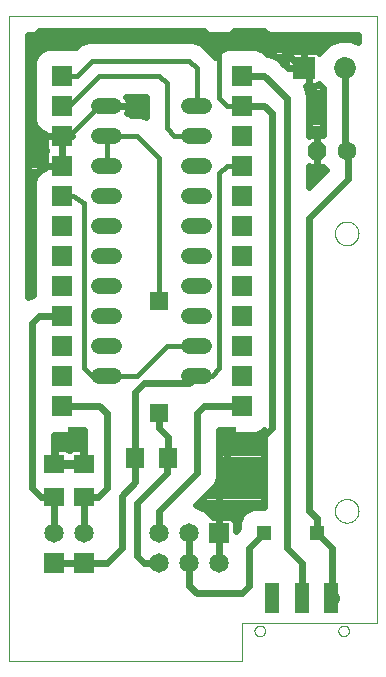
<source format=gbl>
G75*
%MOIN*%
%OFA0B0*%
%FSLAX25Y25*%
%IPPOS*%
%LPD*%
%AMOC8*
5,1,8,0,0,1.08239X$1,22.5*
%
%ADD10C,0.00000*%
%ADD11R,0.06299X0.07087*%
%ADD12R,0.07087X0.06299*%
%ADD13R,0.07000X0.07000*%
%ADD14C,0.05200*%
%ADD15R,0.04724X0.09843*%
%ADD16R,0.07283X0.07283*%
%ADD17C,0.07283*%
%ADD18R,0.06500X0.06500*%
%ADD19C,0.06500*%
%ADD20OC8,0.06300*%
%ADD21C,0.06300*%
%ADD22C,0.02400*%
%ADD23R,0.05906X0.05906*%
%ADD24C,0.01600*%
%ADD25C,0.05000*%
%ADD26R,0.05000X0.05000*%
D10*
X0002200Y0006014D02*
X0079700Y0006014D01*
X0079700Y0018514D01*
X0124700Y0018514D01*
X0124700Y0221014D01*
X0124651Y0220974D02*
X0002200Y0220974D01*
X0002200Y0006014D01*
X0083952Y0016014D02*
X0083954Y0016098D01*
X0083960Y0016181D01*
X0083970Y0016264D01*
X0083984Y0016347D01*
X0084001Y0016429D01*
X0084023Y0016510D01*
X0084048Y0016589D01*
X0084077Y0016668D01*
X0084110Y0016745D01*
X0084146Y0016820D01*
X0084186Y0016894D01*
X0084229Y0016966D01*
X0084276Y0017035D01*
X0084326Y0017102D01*
X0084379Y0017167D01*
X0084435Y0017229D01*
X0084493Y0017289D01*
X0084555Y0017346D01*
X0084619Y0017399D01*
X0084686Y0017450D01*
X0084755Y0017497D01*
X0084826Y0017542D01*
X0084899Y0017582D01*
X0084974Y0017619D01*
X0085051Y0017653D01*
X0085129Y0017683D01*
X0085208Y0017709D01*
X0085289Y0017732D01*
X0085371Y0017750D01*
X0085453Y0017765D01*
X0085536Y0017776D01*
X0085619Y0017783D01*
X0085703Y0017786D01*
X0085787Y0017785D01*
X0085870Y0017780D01*
X0085954Y0017771D01*
X0086036Y0017758D01*
X0086118Y0017742D01*
X0086199Y0017721D01*
X0086280Y0017697D01*
X0086358Y0017669D01*
X0086436Y0017637D01*
X0086512Y0017601D01*
X0086586Y0017562D01*
X0086658Y0017520D01*
X0086728Y0017474D01*
X0086796Y0017425D01*
X0086861Y0017373D01*
X0086924Y0017318D01*
X0086984Y0017260D01*
X0087042Y0017199D01*
X0087096Y0017135D01*
X0087148Y0017069D01*
X0087196Y0017001D01*
X0087241Y0016930D01*
X0087282Y0016857D01*
X0087321Y0016783D01*
X0087355Y0016707D01*
X0087386Y0016629D01*
X0087413Y0016550D01*
X0087437Y0016469D01*
X0087456Y0016388D01*
X0087472Y0016306D01*
X0087484Y0016223D01*
X0087492Y0016139D01*
X0087496Y0016056D01*
X0087496Y0015972D01*
X0087492Y0015889D01*
X0087484Y0015805D01*
X0087472Y0015722D01*
X0087456Y0015640D01*
X0087437Y0015559D01*
X0087413Y0015478D01*
X0087386Y0015399D01*
X0087355Y0015321D01*
X0087321Y0015245D01*
X0087282Y0015171D01*
X0087241Y0015098D01*
X0087196Y0015027D01*
X0087148Y0014959D01*
X0087096Y0014893D01*
X0087042Y0014829D01*
X0086984Y0014768D01*
X0086924Y0014710D01*
X0086861Y0014655D01*
X0086796Y0014603D01*
X0086728Y0014554D01*
X0086658Y0014508D01*
X0086586Y0014466D01*
X0086512Y0014427D01*
X0086436Y0014391D01*
X0086358Y0014359D01*
X0086280Y0014331D01*
X0086199Y0014307D01*
X0086118Y0014286D01*
X0086036Y0014270D01*
X0085954Y0014257D01*
X0085870Y0014248D01*
X0085787Y0014243D01*
X0085703Y0014242D01*
X0085619Y0014245D01*
X0085536Y0014252D01*
X0085453Y0014263D01*
X0085371Y0014278D01*
X0085289Y0014296D01*
X0085208Y0014319D01*
X0085129Y0014345D01*
X0085051Y0014375D01*
X0084974Y0014409D01*
X0084899Y0014446D01*
X0084826Y0014486D01*
X0084755Y0014531D01*
X0084686Y0014578D01*
X0084619Y0014629D01*
X0084555Y0014682D01*
X0084493Y0014739D01*
X0084435Y0014799D01*
X0084379Y0014861D01*
X0084326Y0014926D01*
X0084276Y0014993D01*
X0084229Y0015062D01*
X0084186Y0015134D01*
X0084146Y0015208D01*
X0084110Y0015283D01*
X0084077Y0015360D01*
X0084048Y0015439D01*
X0084023Y0015518D01*
X0084001Y0015599D01*
X0083984Y0015681D01*
X0083970Y0015764D01*
X0083960Y0015847D01*
X0083954Y0015930D01*
X0083952Y0016014D01*
X0111904Y0016014D02*
X0111906Y0016098D01*
X0111912Y0016181D01*
X0111922Y0016264D01*
X0111936Y0016347D01*
X0111953Y0016429D01*
X0111975Y0016510D01*
X0112000Y0016589D01*
X0112029Y0016668D01*
X0112062Y0016745D01*
X0112098Y0016820D01*
X0112138Y0016894D01*
X0112181Y0016966D01*
X0112228Y0017035D01*
X0112278Y0017102D01*
X0112331Y0017167D01*
X0112387Y0017229D01*
X0112445Y0017289D01*
X0112507Y0017346D01*
X0112571Y0017399D01*
X0112638Y0017450D01*
X0112707Y0017497D01*
X0112778Y0017542D01*
X0112851Y0017582D01*
X0112926Y0017619D01*
X0113003Y0017653D01*
X0113081Y0017683D01*
X0113160Y0017709D01*
X0113241Y0017732D01*
X0113323Y0017750D01*
X0113405Y0017765D01*
X0113488Y0017776D01*
X0113571Y0017783D01*
X0113655Y0017786D01*
X0113739Y0017785D01*
X0113822Y0017780D01*
X0113906Y0017771D01*
X0113988Y0017758D01*
X0114070Y0017742D01*
X0114151Y0017721D01*
X0114232Y0017697D01*
X0114310Y0017669D01*
X0114388Y0017637D01*
X0114464Y0017601D01*
X0114538Y0017562D01*
X0114610Y0017520D01*
X0114680Y0017474D01*
X0114748Y0017425D01*
X0114813Y0017373D01*
X0114876Y0017318D01*
X0114936Y0017260D01*
X0114994Y0017199D01*
X0115048Y0017135D01*
X0115100Y0017069D01*
X0115148Y0017001D01*
X0115193Y0016930D01*
X0115234Y0016857D01*
X0115273Y0016783D01*
X0115307Y0016707D01*
X0115338Y0016629D01*
X0115365Y0016550D01*
X0115389Y0016469D01*
X0115408Y0016388D01*
X0115424Y0016306D01*
X0115436Y0016223D01*
X0115444Y0016139D01*
X0115448Y0016056D01*
X0115448Y0015972D01*
X0115444Y0015889D01*
X0115436Y0015805D01*
X0115424Y0015722D01*
X0115408Y0015640D01*
X0115389Y0015559D01*
X0115365Y0015478D01*
X0115338Y0015399D01*
X0115307Y0015321D01*
X0115273Y0015245D01*
X0115234Y0015171D01*
X0115193Y0015098D01*
X0115148Y0015027D01*
X0115100Y0014959D01*
X0115048Y0014893D01*
X0114994Y0014829D01*
X0114936Y0014768D01*
X0114876Y0014710D01*
X0114813Y0014655D01*
X0114748Y0014603D01*
X0114680Y0014554D01*
X0114610Y0014508D01*
X0114538Y0014466D01*
X0114464Y0014427D01*
X0114388Y0014391D01*
X0114310Y0014359D01*
X0114232Y0014331D01*
X0114151Y0014307D01*
X0114070Y0014286D01*
X0113988Y0014270D01*
X0113906Y0014257D01*
X0113822Y0014248D01*
X0113739Y0014243D01*
X0113655Y0014242D01*
X0113571Y0014245D01*
X0113488Y0014252D01*
X0113405Y0014263D01*
X0113323Y0014278D01*
X0113241Y0014296D01*
X0113160Y0014319D01*
X0113081Y0014345D01*
X0113003Y0014375D01*
X0112926Y0014409D01*
X0112851Y0014446D01*
X0112778Y0014486D01*
X0112707Y0014531D01*
X0112638Y0014578D01*
X0112571Y0014629D01*
X0112507Y0014682D01*
X0112445Y0014739D01*
X0112387Y0014799D01*
X0112331Y0014861D01*
X0112278Y0014926D01*
X0112228Y0014993D01*
X0112181Y0015062D01*
X0112138Y0015134D01*
X0112098Y0015208D01*
X0112062Y0015283D01*
X0112029Y0015360D01*
X0112000Y0015439D01*
X0111975Y0015518D01*
X0111953Y0015599D01*
X0111936Y0015681D01*
X0111922Y0015764D01*
X0111912Y0015847D01*
X0111906Y0015930D01*
X0111904Y0016014D01*
X0110763Y0056014D02*
X0110765Y0056139D01*
X0110771Y0056264D01*
X0110781Y0056388D01*
X0110795Y0056512D01*
X0110812Y0056636D01*
X0110834Y0056759D01*
X0110860Y0056881D01*
X0110889Y0057003D01*
X0110922Y0057123D01*
X0110960Y0057242D01*
X0111000Y0057361D01*
X0111045Y0057477D01*
X0111093Y0057592D01*
X0111145Y0057706D01*
X0111201Y0057818D01*
X0111260Y0057928D01*
X0111322Y0058036D01*
X0111388Y0058143D01*
X0111457Y0058247D01*
X0111530Y0058348D01*
X0111605Y0058448D01*
X0111684Y0058545D01*
X0111766Y0058639D01*
X0111851Y0058731D01*
X0111938Y0058820D01*
X0112029Y0058906D01*
X0112122Y0058989D01*
X0112218Y0059070D01*
X0112316Y0059147D01*
X0112416Y0059221D01*
X0112519Y0059292D01*
X0112624Y0059359D01*
X0112732Y0059424D01*
X0112841Y0059484D01*
X0112952Y0059542D01*
X0113065Y0059595D01*
X0113179Y0059645D01*
X0113295Y0059692D01*
X0113412Y0059734D01*
X0113531Y0059773D01*
X0113651Y0059809D01*
X0113772Y0059840D01*
X0113894Y0059868D01*
X0114016Y0059891D01*
X0114140Y0059911D01*
X0114264Y0059927D01*
X0114388Y0059939D01*
X0114513Y0059947D01*
X0114638Y0059951D01*
X0114762Y0059951D01*
X0114887Y0059947D01*
X0115012Y0059939D01*
X0115136Y0059927D01*
X0115260Y0059911D01*
X0115384Y0059891D01*
X0115506Y0059868D01*
X0115628Y0059840D01*
X0115749Y0059809D01*
X0115869Y0059773D01*
X0115988Y0059734D01*
X0116105Y0059692D01*
X0116221Y0059645D01*
X0116335Y0059595D01*
X0116448Y0059542D01*
X0116559Y0059484D01*
X0116669Y0059424D01*
X0116776Y0059359D01*
X0116881Y0059292D01*
X0116984Y0059221D01*
X0117084Y0059147D01*
X0117182Y0059070D01*
X0117278Y0058989D01*
X0117371Y0058906D01*
X0117462Y0058820D01*
X0117549Y0058731D01*
X0117634Y0058639D01*
X0117716Y0058545D01*
X0117795Y0058448D01*
X0117870Y0058348D01*
X0117943Y0058247D01*
X0118012Y0058143D01*
X0118078Y0058036D01*
X0118140Y0057928D01*
X0118199Y0057818D01*
X0118255Y0057706D01*
X0118307Y0057592D01*
X0118355Y0057477D01*
X0118400Y0057361D01*
X0118440Y0057242D01*
X0118478Y0057123D01*
X0118511Y0057003D01*
X0118540Y0056881D01*
X0118566Y0056759D01*
X0118588Y0056636D01*
X0118605Y0056512D01*
X0118619Y0056388D01*
X0118629Y0056264D01*
X0118635Y0056139D01*
X0118637Y0056014D01*
X0118635Y0055889D01*
X0118629Y0055764D01*
X0118619Y0055640D01*
X0118605Y0055516D01*
X0118588Y0055392D01*
X0118566Y0055269D01*
X0118540Y0055147D01*
X0118511Y0055025D01*
X0118478Y0054905D01*
X0118440Y0054786D01*
X0118400Y0054667D01*
X0118355Y0054551D01*
X0118307Y0054436D01*
X0118255Y0054322D01*
X0118199Y0054210D01*
X0118140Y0054100D01*
X0118078Y0053992D01*
X0118012Y0053885D01*
X0117943Y0053781D01*
X0117870Y0053680D01*
X0117795Y0053580D01*
X0117716Y0053483D01*
X0117634Y0053389D01*
X0117549Y0053297D01*
X0117462Y0053208D01*
X0117371Y0053122D01*
X0117278Y0053039D01*
X0117182Y0052958D01*
X0117084Y0052881D01*
X0116984Y0052807D01*
X0116881Y0052736D01*
X0116776Y0052669D01*
X0116668Y0052604D01*
X0116559Y0052544D01*
X0116448Y0052486D01*
X0116335Y0052433D01*
X0116221Y0052383D01*
X0116105Y0052336D01*
X0115988Y0052294D01*
X0115869Y0052255D01*
X0115749Y0052219D01*
X0115628Y0052188D01*
X0115506Y0052160D01*
X0115384Y0052137D01*
X0115260Y0052117D01*
X0115136Y0052101D01*
X0115012Y0052089D01*
X0114887Y0052081D01*
X0114762Y0052077D01*
X0114638Y0052077D01*
X0114513Y0052081D01*
X0114388Y0052089D01*
X0114264Y0052101D01*
X0114140Y0052117D01*
X0114016Y0052137D01*
X0113894Y0052160D01*
X0113772Y0052188D01*
X0113651Y0052219D01*
X0113531Y0052255D01*
X0113412Y0052294D01*
X0113295Y0052336D01*
X0113179Y0052383D01*
X0113065Y0052433D01*
X0112952Y0052486D01*
X0112841Y0052544D01*
X0112731Y0052604D01*
X0112624Y0052669D01*
X0112519Y0052736D01*
X0112416Y0052807D01*
X0112316Y0052881D01*
X0112218Y0052958D01*
X0112122Y0053039D01*
X0112029Y0053122D01*
X0111938Y0053208D01*
X0111851Y0053297D01*
X0111766Y0053389D01*
X0111684Y0053483D01*
X0111605Y0053580D01*
X0111530Y0053680D01*
X0111457Y0053781D01*
X0111388Y0053885D01*
X0111322Y0053992D01*
X0111260Y0054100D01*
X0111201Y0054210D01*
X0111145Y0054322D01*
X0111093Y0054436D01*
X0111045Y0054551D01*
X0111000Y0054667D01*
X0110960Y0054786D01*
X0110922Y0054905D01*
X0110889Y0055025D01*
X0110860Y0055147D01*
X0110834Y0055269D01*
X0110812Y0055392D01*
X0110795Y0055516D01*
X0110781Y0055640D01*
X0110771Y0055764D01*
X0110765Y0055889D01*
X0110763Y0056014D01*
X0110763Y0148514D02*
X0110765Y0148639D01*
X0110771Y0148764D01*
X0110781Y0148888D01*
X0110795Y0149012D01*
X0110812Y0149136D01*
X0110834Y0149259D01*
X0110860Y0149381D01*
X0110889Y0149503D01*
X0110922Y0149623D01*
X0110960Y0149742D01*
X0111000Y0149861D01*
X0111045Y0149977D01*
X0111093Y0150092D01*
X0111145Y0150206D01*
X0111201Y0150318D01*
X0111260Y0150428D01*
X0111322Y0150536D01*
X0111388Y0150643D01*
X0111457Y0150747D01*
X0111530Y0150848D01*
X0111605Y0150948D01*
X0111684Y0151045D01*
X0111766Y0151139D01*
X0111851Y0151231D01*
X0111938Y0151320D01*
X0112029Y0151406D01*
X0112122Y0151489D01*
X0112218Y0151570D01*
X0112316Y0151647D01*
X0112416Y0151721D01*
X0112519Y0151792D01*
X0112624Y0151859D01*
X0112732Y0151924D01*
X0112841Y0151984D01*
X0112952Y0152042D01*
X0113065Y0152095D01*
X0113179Y0152145D01*
X0113295Y0152192D01*
X0113412Y0152234D01*
X0113531Y0152273D01*
X0113651Y0152309D01*
X0113772Y0152340D01*
X0113894Y0152368D01*
X0114016Y0152391D01*
X0114140Y0152411D01*
X0114264Y0152427D01*
X0114388Y0152439D01*
X0114513Y0152447D01*
X0114638Y0152451D01*
X0114762Y0152451D01*
X0114887Y0152447D01*
X0115012Y0152439D01*
X0115136Y0152427D01*
X0115260Y0152411D01*
X0115384Y0152391D01*
X0115506Y0152368D01*
X0115628Y0152340D01*
X0115749Y0152309D01*
X0115869Y0152273D01*
X0115988Y0152234D01*
X0116105Y0152192D01*
X0116221Y0152145D01*
X0116335Y0152095D01*
X0116448Y0152042D01*
X0116559Y0151984D01*
X0116669Y0151924D01*
X0116776Y0151859D01*
X0116881Y0151792D01*
X0116984Y0151721D01*
X0117084Y0151647D01*
X0117182Y0151570D01*
X0117278Y0151489D01*
X0117371Y0151406D01*
X0117462Y0151320D01*
X0117549Y0151231D01*
X0117634Y0151139D01*
X0117716Y0151045D01*
X0117795Y0150948D01*
X0117870Y0150848D01*
X0117943Y0150747D01*
X0118012Y0150643D01*
X0118078Y0150536D01*
X0118140Y0150428D01*
X0118199Y0150318D01*
X0118255Y0150206D01*
X0118307Y0150092D01*
X0118355Y0149977D01*
X0118400Y0149861D01*
X0118440Y0149742D01*
X0118478Y0149623D01*
X0118511Y0149503D01*
X0118540Y0149381D01*
X0118566Y0149259D01*
X0118588Y0149136D01*
X0118605Y0149012D01*
X0118619Y0148888D01*
X0118629Y0148764D01*
X0118635Y0148639D01*
X0118637Y0148514D01*
X0118635Y0148389D01*
X0118629Y0148264D01*
X0118619Y0148140D01*
X0118605Y0148016D01*
X0118588Y0147892D01*
X0118566Y0147769D01*
X0118540Y0147647D01*
X0118511Y0147525D01*
X0118478Y0147405D01*
X0118440Y0147286D01*
X0118400Y0147167D01*
X0118355Y0147051D01*
X0118307Y0146936D01*
X0118255Y0146822D01*
X0118199Y0146710D01*
X0118140Y0146600D01*
X0118078Y0146492D01*
X0118012Y0146385D01*
X0117943Y0146281D01*
X0117870Y0146180D01*
X0117795Y0146080D01*
X0117716Y0145983D01*
X0117634Y0145889D01*
X0117549Y0145797D01*
X0117462Y0145708D01*
X0117371Y0145622D01*
X0117278Y0145539D01*
X0117182Y0145458D01*
X0117084Y0145381D01*
X0116984Y0145307D01*
X0116881Y0145236D01*
X0116776Y0145169D01*
X0116668Y0145104D01*
X0116559Y0145044D01*
X0116448Y0144986D01*
X0116335Y0144933D01*
X0116221Y0144883D01*
X0116105Y0144836D01*
X0115988Y0144794D01*
X0115869Y0144755D01*
X0115749Y0144719D01*
X0115628Y0144688D01*
X0115506Y0144660D01*
X0115384Y0144637D01*
X0115260Y0144617D01*
X0115136Y0144601D01*
X0115012Y0144589D01*
X0114887Y0144581D01*
X0114762Y0144577D01*
X0114638Y0144577D01*
X0114513Y0144581D01*
X0114388Y0144589D01*
X0114264Y0144601D01*
X0114140Y0144617D01*
X0114016Y0144637D01*
X0113894Y0144660D01*
X0113772Y0144688D01*
X0113651Y0144719D01*
X0113531Y0144755D01*
X0113412Y0144794D01*
X0113295Y0144836D01*
X0113179Y0144883D01*
X0113065Y0144933D01*
X0112952Y0144986D01*
X0112841Y0145044D01*
X0112731Y0145104D01*
X0112624Y0145169D01*
X0112519Y0145236D01*
X0112416Y0145307D01*
X0112316Y0145381D01*
X0112218Y0145458D01*
X0112122Y0145539D01*
X0112029Y0145622D01*
X0111938Y0145708D01*
X0111851Y0145797D01*
X0111766Y0145889D01*
X0111684Y0145983D01*
X0111605Y0146080D01*
X0111530Y0146180D01*
X0111457Y0146281D01*
X0111388Y0146385D01*
X0111322Y0146492D01*
X0111260Y0146600D01*
X0111201Y0146710D01*
X0111145Y0146822D01*
X0111093Y0146936D01*
X0111045Y0147051D01*
X0111000Y0147167D01*
X0110960Y0147286D01*
X0110922Y0147405D01*
X0110889Y0147525D01*
X0110860Y0147647D01*
X0110834Y0147769D01*
X0110812Y0147892D01*
X0110795Y0148016D01*
X0110781Y0148140D01*
X0110771Y0148264D01*
X0110765Y0148389D01*
X0110763Y0148514D01*
D11*
X0055212Y0073514D03*
X0044188Y0073514D03*
D12*
X0027200Y0071526D03*
X0027200Y0060502D03*
X0017200Y0060502D03*
X0017200Y0071526D03*
D13*
X0019700Y0091014D03*
X0019700Y0101014D03*
X0019700Y0111014D03*
X0019700Y0121014D03*
X0019700Y0131014D03*
X0019700Y0141014D03*
X0019700Y0151014D03*
X0019700Y0161014D03*
X0019700Y0171014D03*
X0019700Y0181014D03*
X0019700Y0191014D03*
X0019700Y0201014D03*
X0079700Y0201014D03*
X0079700Y0191014D03*
X0079700Y0181014D03*
X0079700Y0171014D03*
X0079700Y0161014D03*
X0079700Y0151014D03*
X0079700Y0141014D03*
X0079700Y0131014D03*
X0079700Y0121014D03*
X0079700Y0111014D03*
X0079700Y0101014D03*
X0079700Y0091014D03*
D14*
X0067300Y0101014D02*
X0062100Y0101014D01*
X0062100Y0111014D02*
X0067300Y0111014D01*
X0067300Y0121014D02*
X0062100Y0121014D01*
X0062100Y0131014D02*
X0067300Y0131014D01*
X0067300Y0141014D02*
X0062100Y0141014D01*
X0062100Y0151014D02*
X0067300Y0151014D01*
X0067300Y0161014D02*
X0062100Y0161014D01*
X0062100Y0171014D02*
X0067300Y0171014D01*
X0067300Y0181014D02*
X0062100Y0181014D01*
X0062100Y0191014D02*
X0067300Y0191014D01*
X0037300Y0191014D02*
X0032100Y0191014D01*
X0032100Y0181014D02*
X0037300Y0181014D01*
X0037300Y0171014D02*
X0032100Y0171014D01*
X0032100Y0161014D02*
X0037300Y0161014D01*
X0037300Y0151014D02*
X0032100Y0151014D01*
X0032100Y0141014D02*
X0037300Y0141014D01*
X0037300Y0131014D02*
X0032100Y0131014D01*
X0032100Y0121014D02*
X0037300Y0121014D01*
X0037300Y0111014D02*
X0032100Y0111014D01*
X0032100Y0101014D02*
X0037300Y0101014D01*
D15*
X0089857Y0026841D03*
X0099700Y0026841D03*
X0109543Y0026841D03*
D16*
X0100310Y0203514D03*
D17*
X0114090Y0203514D03*
D18*
X0072200Y0048514D03*
X0027200Y0038514D03*
X0017200Y0038514D03*
D19*
X0017200Y0048514D03*
X0027200Y0048514D03*
X0052200Y0048514D03*
X0052200Y0038514D03*
X0062200Y0038514D03*
X0062200Y0048514D03*
X0072200Y0038514D03*
D20*
X0104700Y0176014D03*
D21*
X0114700Y0176014D03*
D22*
X0114090Y0176624D01*
X0114090Y0203514D01*
X0118500Y0212340D02*
X0116047Y0213355D01*
X0112132Y0213355D01*
X0108515Y0211857D01*
X0105746Y0209089D01*
X0105566Y0208653D01*
X0105303Y0208916D01*
X0104801Y0209206D01*
X0104242Y0209355D01*
X0100310Y0209355D01*
X0096379Y0209355D01*
X0095819Y0209206D01*
X0095318Y0208916D01*
X0094908Y0208506D01*
X0094618Y0208005D01*
X0094469Y0207445D01*
X0094469Y0204210D01*
X0091392Y0207287D01*
X0088672Y0208414D01*
X0088068Y0208414D01*
X0086712Y0209770D01*
X0084433Y0210714D01*
X0074967Y0210714D01*
X0072688Y0209770D01*
X0070944Y0208026D01*
X0070676Y0207379D01*
X0070634Y0207479D01*
X0068665Y0209448D01*
X0066165Y0211948D01*
X0063592Y0213014D01*
X0028308Y0213014D01*
X0025735Y0211948D01*
X0024481Y0210694D01*
X0024433Y0210714D01*
X0014967Y0210714D01*
X0012688Y0209770D01*
X0010944Y0208026D01*
X0010000Y0205747D01*
X0010000Y0196281D01*
X0010110Y0196014D01*
X0010000Y0195747D01*
X0010000Y0186281D01*
X0010944Y0184002D01*
X0012688Y0182258D01*
X0014000Y0181714D01*
X0014000Y0181014D01*
X0019700Y0181014D01*
X0019700Y0181014D01*
X0023300Y0181014D01*
X0023300Y0181014D01*
X0019700Y0181014D01*
X0019700Y0181014D01*
X0019700Y0171014D01*
X0019700Y0171014D01*
X0019700Y0181014D01*
X0014000Y0181014D01*
X0014000Y0177224D01*
X0014150Y0176665D01*
X0014440Y0176163D01*
X0014589Y0176014D01*
X0014440Y0175865D01*
X0014150Y0175363D01*
X0014000Y0174803D01*
X0014000Y0171014D01*
X0019700Y0171014D01*
X0019700Y0176714D01*
X0019700Y0181014D01*
X0019700Y0181014D01*
X0019700Y0178669D02*
X0019700Y0178669D01*
X0019700Y0176271D02*
X0019700Y0176271D01*
X0019700Y0173872D02*
X0019700Y0173872D01*
X0019700Y0171474D02*
X0019700Y0171474D01*
X0019700Y0171014D02*
X0019700Y0171014D01*
X0012200Y0171014D01*
X0009700Y0173514D01*
X0009700Y0213514D01*
X0012200Y0216014D01*
X0067200Y0216014D01*
X0072200Y0211014D01*
X0077200Y0216014D01*
X0087200Y0216014D01*
X0099700Y0203514D01*
X0100310Y0203514D02*
X0095165Y0203514D01*
X0095165Y0203514D01*
X0100310Y0203514D01*
X0100310Y0209355D01*
X0100310Y0203514D01*
X0100310Y0203514D01*
X0100310Y0203514D01*
X0102200Y0201624D01*
X0102200Y0183514D01*
X0104700Y0181014D01*
X0104700Y0176014D01*
X0104700Y0176014D01*
X0104700Y0181364D01*
X0102484Y0181364D01*
X0102100Y0180980D01*
X0102100Y0194986D01*
X0100987Y0197672D01*
X0104242Y0197672D01*
X0104801Y0197822D01*
X0105303Y0198112D01*
X0105566Y0198375D01*
X0105746Y0197939D01*
X0106690Y0196995D01*
X0106690Y0181364D01*
X0104700Y0181364D01*
X0104700Y0176014D01*
X0104700Y0170664D01*
X0106827Y0170664D01*
X0107812Y0169679D01*
X0107812Y0169591D01*
X0102100Y0163879D01*
X0102100Y0171048D01*
X0102484Y0170664D01*
X0104700Y0170664D01*
X0104700Y0176014D01*
X0104700Y0176014D01*
X0104700Y0176271D02*
X0104700Y0176271D01*
X0104700Y0178669D02*
X0104700Y0178669D01*
X0104700Y0181068D02*
X0104700Y0181068D01*
X0102188Y0181068D02*
X0102100Y0181068D01*
X0102100Y0183466D02*
X0106690Y0183466D01*
X0106690Y0185865D02*
X0102100Y0185865D01*
X0102100Y0188263D02*
X0106690Y0188263D01*
X0106690Y0190662D02*
X0102100Y0190662D01*
X0102100Y0193060D02*
X0106690Y0193060D01*
X0106690Y0195459D02*
X0101904Y0195459D01*
X0104863Y0197857D02*
X0105828Y0197857D01*
X0100310Y0205053D02*
X0100310Y0205053D01*
X0100310Y0207452D02*
X0100310Y0207452D01*
X0094470Y0207452D02*
X0090995Y0207452D01*
X0093626Y0205053D02*
X0094469Y0205053D01*
X0087200Y0201014D02*
X0094700Y0193514D01*
X0094700Y0043514D01*
X0099700Y0038514D01*
X0099700Y0026841D01*
X0109543Y0026841D02*
X0109700Y0026683D01*
X0109700Y0026998D02*
X0109700Y0043514D01*
X0104700Y0048514D01*
X0104700Y0053514D01*
X0102200Y0056014D01*
X0102200Y0153514D01*
X0115212Y0166526D01*
X0115212Y0175502D01*
X0114700Y0176014D01*
X0107296Y0169075D02*
X0102100Y0169075D01*
X0102100Y0166677D02*
X0104898Y0166677D01*
X0102499Y0164278D02*
X0102100Y0164278D01*
X0104700Y0171474D02*
X0104700Y0171474D01*
X0104700Y0173872D02*
X0104700Y0173872D01*
X0089700Y0188514D02*
X0089700Y0083514D01*
X0087200Y0081014D01*
X0074700Y0081014D01*
X0074700Y0071014D01*
X0072200Y0068514D01*
X0072200Y0048514D01*
X0072200Y0048514D01*
X0072200Y0053964D01*
X0075740Y0053964D01*
X0076299Y0053814D01*
X0076801Y0053524D01*
X0077210Y0053115D01*
X0077500Y0052613D01*
X0077650Y0052053D01*
X0077650Y0049429D01*
X0078500Y0050279D01*
X0078500Y0052247D01*
X0079444Y0054526D01*
X0081188Y0056270D01*
X0083467Y0057214D01*
X0087300Y0057214D01*
X0087300Y0082846D01*
X0086712Y0082258D01*
X0084433Y0081314D01*
X0074967Y0081314D01*
X0072688Y0082258D01*
X0072100Y0082846D01*
X0072100Y0067042D01*
X0070973Y0064322D01*
X0068892Y0062240D01*
X0064458Y0057807D01*
X0067553Y0056525D01*
X0070114Y0053964D01*
X0072200Y0053964D01*
X0072200Y0048514D01*
X0072200Y0038514D01*
X0072200Y0038514D01*
X0072200Y0048514D01*
X0072200Y0048514D01*
X0072200Y0043964D01*
X0072200Y0038514D01*
X0072200Y0039556D02*
X0072200Y0039556D01*
X0072200Y0041954D02*
X0072200Y0041954D01*
X0072200Y0044353D02*
X0072200Y0044353D01*
X0072200Y0046751D02*
X0072200Y0046751D01*
X0072200Y0049150D02*
X0072200Y0049150D01*
X0072200Y0051548D02*
X0072200Y0051548D01*
X0072200Y0053947D02*
X0072200Y0053947D01*
X0075803Y0053947D02*
X0079204Y0053947D01*
X0078500Y0051548D02*
X0077650Y0051548D01*
X0081370Y0056345D02*
X0067733Y0056345D01*
X0065395Y0058744D02*
X0087300Y0058744D01*
X0087300Y0061142D02*
X0067794Y0061142D01*
X0070192Y0063541D02*
X0087300Y0063541D01*
X0087300Y0065939D02*
X0071643Y0065939D01*
X0072100Y0068338D02*
X0087300Y0068338D01*
X0087300Y0070736D02*
X0072100Y0070736D01*
X0072100Y0073135D02*
X0087300Y0073135D01*
X0087300Y0075533D02*
X0072100Y0075533D01*
X0072100Y0077932D02*
X0087300Y0077932D01*
X0087300Y0080330D02*
X0072100Y0080330D01*
X0072100Y0082729D02*
X0072217Y0082729D01*
X0064700Y0088514D02*
X0067200Y0091014D01*
X0079700Y0091014D01*
X0087183Y0082729D02*
X0087300Y0082729D01*
X0064700Y0088514D02*
X0064700Y0068514D01*
X0052200Y0056014D01*
X0052200Y0048514D01*
X0052200Y0038514D02*
X0047200Y0038514D01*
X0044700Y0041014D01*
X0044700Y0058514D01*
X0054700Y0068514D01*
X0054700Y0073002D01*
X0055212Y0073514D01*
X0055212Y0080502D01*
X0052200Y0083514D01*
X0052200Y0088514D01*
X0044188Y0095502D02*
X0047200Y0098514D01*
X0062200Y0098514D01*
X0064700Y0101014D01*
X0044188Y0095502D02*
X0044188Y0073514D01*
X0044188Y0065502D01*
X0039700Y0061014D01*
X0039700Y0043514D01*
X0034700Y0038514D01*
X0027200Y0038514D01*
X0017200Y0038514D01*
X0017200Y0048514D02*
X0017200Y0060502D01*
X0012712Y0060502D01*
X0009700Y0063514D01*
X0009700Y0118514D01*
X0012200Y0121014D01*
X0019700Y0121014D01*
X0010000Y0128112D02*
X0008400Y0127449D01*
X0008400Y0214774D01*
X0118500Y0214774D01*
X0118500Y0212340D01*
X0118500Y0214647D02*
X0008400Y0214647D01*
X0008400Y0212249D02*
X0026460Y0212249D01*
X0012881Y0209850D02*
X0008400Y0209850D01*
X0008400Y0207452D02*
X0010706Y0207452D01*
X0010000Y0205053D02*
X0008400Y0205053D01*
X0008400Y0202654D02*
X0010000Y0202654D01*
X0010000Y0200256D02*
X0008400Y0200256D01*
X0008400Y0197857D02*
X0010000Y0197857D01*
X0010000Y0195459D02*
X0008400Y0195459D01*
X0008400Y0193060D02*
X0010000Y0193060D01*
X0010000Y0190662D02*
X0008400Y0190662D01*
X0008400Y0188263D02*
X0010000Y0188263D01*
X0010172Y0185865D02*
X0008400Y0185865D01*
X0008400Y0183466D02*
X0011479Y0183466D01*
X0014000Y0181068D02*
X0008400Y0181068D01*
X0008400Y0178669D02*
X0014000Y0178669D01*
X0014377Y0176271D02*
X0008400Y0176271D01*
X0008400Y0173872D02*
X0014000Y0173872D01*
X0014000Y0171474D02*
X0008400Y0171474D01*
X0008400Y0169075D02*
X0011993Y0169075D01*
X0012688Y0169770D02*
X0010944Y0168026D01*
X0010000Y0165747D01*
X0010000Y0156281D01*
X0010110Y0156014D01*
X0010000Y0155747D01*
X0010000Y0146281D01*
X0010110Y0146014D01*
X0010000Y0145747D01*
X0010000Y0136281D01*
X0010110Y0136014D01*
X0010000Y0135747D01*
X0010000Y0128112D01*
X0010000Y0128301D02*
X0008400Y0128301D01*
X0008400Y0130699D02*
X0010000Y0130699D01*
X0010000Y0133098D02*
X0008400Y0133098D01*
X0008400Y0135496D02*
X0010000Y0135496D01*
X0010000Y0137895D02*
X0008400Y0137895D01*
X0008400Y0140293D02*
X0010000Y0140293D01*
X0010000Y0142692D02*
X0008400Y0142692D01*
X0008400Y0145090D02*
X0010000Y0145090D01*
X0010000Y0147489D02*
X0008400Y0147489D01*
X0008400Y0149887D02*
X0010000Y0149887D01*
X0010000Y0152286D02*
X0008400Y0152286D01*
X0008400Y0154684D02*
X0010000Y0154684D01*
X0010000Y0157083D02*
X0008400Y0157083D01*
X0008400Y0159481D02*
X0010000Y0159481D01*
X0010000Y0161880D02*
X0008400Y0161880D01*
X0008400Y0164278D02*
X0010000Y0164278D01*
X0010385Y0166677D02*
X0008400Y0166677D01*
X0012688Y0169770D02*
X0014000Y0170313D01*
X0014000Y0171014D01*
X0019700Y0171014D01*
X0032099Y0191014D02*
X0032100Y0191014D01*
X0034700Y0191014D01*
X0042100Y0191014D01*
X0042100Y0191392D01*
X0041982Y0192138D01*
X0041748Y0192856D01*
X0041405Y0193530D01*
X0041053Y0194014D01*
X0047700Y0194014D01*
X0047700Y0187348D01*
X0046092Y0188014D01*
X0042745Y0188014D01*
X0042285Y0188474D01*
X0041548Y0188779D01*
X0041748Y0189171D01*
X0041982Y0189890D01*
X0042100Y0190636D01*
X0042100Y0191014D01*
X0034700Y0191014D01*
X0034700Y0191014D01*
X0034700Y0191014D01*
X0032099Y0191014D01*
X0041644Y0193060D02*
X0047700Y0193060D01*
X0047700Y0190662D02*
X0042100Y0190662D01*
X0042495Y0188263D02*
X0047700Y0188263D01*
X0065440Y0212249D02*
X0109460Y0212249D01*
X0106508Y0209850D02*
X0086519Y0209850D01*
X0087200Y0201014D02*
X0079700Y0201014D01*
X0079700Y0191014D02*
X0087200Y0191014D01*
X0089700Y0188514D01*
X0072881Y0209850D02*
X0068263Y0209850D01*
X0070646Y0207452D02*
X0070706Y0207452D01*
X0032200Y0091014D02*
X0019700Y0091014D01*
X0019700Y0081014D02*
X0024700Y0081014D01*
X0024433Y0081314D02*
X0017100Y0081314D01*
X0017100Y0071900D01*
X0017575Y0071900D01*
X0026825Y0071900D01*
X0026825Y0071151D01*
X0021457Y0071151D01*
X0017575Y0071151D01*
X0017575Y0071900D01*
X0017575Y0076875D01*
X0021033Y0076875D01*
X0021592Y0076725D01*
X0022094Y0076436D01*
X0022200Y0076330D01*
X0022306Y0076436D01*
X0022808Y0076725D01*
X0023367Y0076875D01*
X0026825Y0076875D01*
X0026825Y0071900D01*
X0027300Y0071900D01*
X0027300Y0082846D01*
X0026712Y0082258D01*
X0024433Y0081314D01*
X0027300Y0080330D02*
X0017100Y0080330D01*
X0017200Y0078514D02*
X0019700Y0081014D01*
X0017200Y0078514D02*
X0017200Y0071526D01*
X0027200Y0071526D01*
X0027300Y0073135D02*
X0026825Y0073135D01*
X0026825Y0075533D02*
X0027300Y0075533D01*
X0027300Y0077932D02*
X0017100Y0077932D01*
X0017100Y0075533D02*
X0017575Y0075533D01*
X0017575Y0073135D02*
X0017100Y0073135D01*
X0027183Y0082729D02*
X0027300Y0082729D01*
X0034700Y0088514D02*
X0032200Y0091014D01*
X0034700Y0088514D02*
X0034700Y0063514D01*
X0031688Y0060502D01*
X0027200Y0060502D01*
X0027200Y0048514D01*
X0062200Y0048514D02*
X0062200Y0038514D01*
X0062200Y0031014D01*
X0064700Y0028514D01*
X0079700Y0028514D01*
X0082200Y0031014D01*
X0082200Y0043514D01*
X0087200Y0048514D01*
D23*
X0074700Y0081014D03*
X0052200Y0088514D03*
X0024700Y0081014D03*
X0052200Y0126014D03*
D24*
X0052200Y0173514D01*
X0044700Y0181014D01*
X0034700Y0181014D01*
X0034700Y0171014D01*
X0027200Y0158514D02*
X0023450Y0161014D01*
X0019700Y0161014D01*
X0027200Y0158514D02*
X0027200Y0103514D01*
X0029700Y0101014D01*
X0034700Y0101014D01*
X0044700Y0101014D01*
X0054700Y0111014D01*
X0064700Y0111014D01*
X0064700Y0101014D02*
X0069700Y0101014D01*
X0072200Y0103514D01*
X0072200Y0168514D01*
X0074700Y0171014D01*
X0079700Y0171014D01*
X0079700Y0191014D02*
X0074700Y0191014D01*
X0072200Y0193514D01*
X0072200Y0211014D01*
X0064700Y0203514D02*
X0064700Y0191014D01*
X0064700Y0181014D02*
X0057200Y0181014D01*
X0054700Y0183514D01*
X0054700Y0198514D01*
X0052200Y0201014D01*
X0032200Y0201014D01*
X0022200Y0191014D01*
X0019700Y0191014D01*
X0019700Y0201014D02*
X0024700Y0201014D01*
X0029700Y0206014D01*
X0062200Y0206014D01*
X0064700Y0203514D01*
X0034700Y0191014D02*
X0032200Y0191014D01*
X0022200Y0181014D01*
X0019700Y0181014D01*
D25*
X0109700Y0026998D02*
X0109543Y0026841D01*
D26*
X0104700Y0048514D03*
X0087200Y0048514D03*
M02*

</source>
